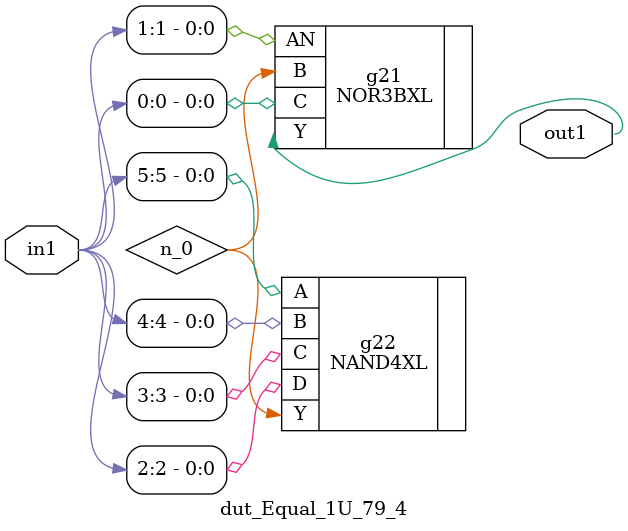
<source format=v>
`timescale 1ps / 1ps


module dut_Equal_1U_79_4(in1, out1);
  input [5:0] in1;
  output out1;
  wire [5:0] in1;
  wire out1;
  wire n_0;
  NOR3BXL g21(.AN (in1[1]), .B (n_0), .C (in1[0]), .Y (out1));
  NAND4XL g22(.A (in1[5]), .B (in1[4]), .C (in1[3]), .D (in1[2]), .Y
       (n_0));
endmodule



</source>
